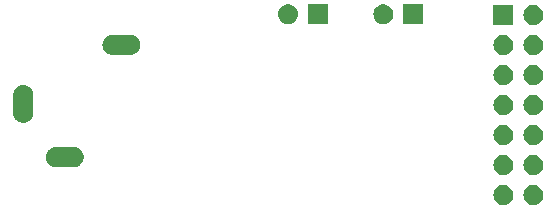
<source format=gbr>
%TF.GenerationSoftware,KiCad,Pcbnew,7.0.7*%
%TF.CreationDate,2023-09-29T20:54:03-04:00*%
%TF.ProjectId,Little_Master_Board,4c697474-6c65-45f4-9d61-737465725f42,B*%
%TF.SameCoordinates,Original*%
%TF.FileFunction,Soldermask,Bot*%
%TF.FilePolarity,Negative*%
%FSLAX46Y46*%
G04 Gerber Fmt 4.6, Leading zero omitted, Abs format (unit mm)*
G04 Created by KiCad (PCBNEW 7.0.7) date 2023-09-29 20:54:03*
%MOMM*%
%LPD*%
G01*
G04 APERTURE LIST*
G04 APERTURE END LIST*
G36*
X154237464Y-76026602D02*
G01*
X154399800Y-76098878D01*
X154543561Y-76203327D01*
X154662464Y-76335383D01*
X154751314Y-76489274D01*
X154806225Y-76658275D01*
X154824800Y-76835000D01*
X154806225Y-77011725D01*
X154751314Y-77180726D01*
X154662464Y-77334617D01*
X154543561Y-77466673D01*
X154399800Y-77571122D01*
X154237464Y-77643398D01*
X154063649Y-77680344D01*
X153885951Y-77680344D01*
X153712136Y-77643398D01*
X153549800Y-77571122D01*
X153406039Y-77466673D01*
X153287136Y-77334617D01*
X153198286Y-77180726D01*
X153143375Y-77011725D01*
X153124800Y-76835000D01*
X153143375Y-76658275D01*
X153198286Y-76489274D01*
X153287136Y-76335383D01*
X153406039Y-76203327D01*
X153549800Y-76098878D01*
X153712136Y-76026602D01*
X153885951Y-75989656D01*
X154063649Y-75989656D01*
X154237464Y-76026602D01*
G37*
G36*
X156777464Y-76026602D02*
G01*
X156939800Y-76098878D01*
X157083561Y-76203327D01*
X157202464Y-76335383D01*
X157291314Y-76489274D01*
X157346225Y-76658275D01*
X157364800Y-76835000D01*
X157346225Y-77011725D01*
X157291314Y-77180726D01*
X157202464Y-77334617D01*
X157083561Y-77466673D01*
X156939800Y-77571122D01*
X156777464Y-77643398D01*
X156603649Y-77680344D01*
X156425951Y-77680344D01*
X156252136Y-77643398D01*
X156089800Y-77571122D01*
X155946039Y-77466673D01*
X155827136Y-77334617D01*
X155738286Y-77180726D01*
X155683375Y-77011725D01*
X155664800Y-76835000D01*
X155683375Y-76658275D01*
X155738286Y-76489274D01*
X155827136Y-76335383D01*
X155946039Y-76203327D01*
X156089800Y-76098878D01*
X156252136Y-76026602D01*
X156425951Y-75989656D01*
X156603649Y-75989656D01*
X156777464Y-76026602D01*
G37*
G36*
X154237464Y-73486602D02*
G01*
X154399800Y-73558878D01*
X154543561Y-73663327D01*
X154662464Y-73795383D01*
X154751314Y-73949274D01*
X154806225Y-74118275D01*
X154824800Y-74295000D01*
X154806225Y-74471725D01*
X154751314Y-74640726D01*
X154662464Y-74794617D01*
X154543561Y-74926673D01*
X154399800Y-75031122D01*
X154237464Y-75103398D01*
X154063649Y-75140344D01*
X153885951Y-75140344D01*
X153712136Y-75103398D01*
X153549800Y-75031122D01*
X153406039Y-74926673D01*
X153287136Y-74794617D01*
X153198286Y-74640726D01*
X153143375Y-74471725D01*
X153124800Y-74295000D01*
X153143375Y-74118275D01*
X153198286Y-73949274D01*
X153287136Y-73795383D01*
X153406039Y-73663327D01*
X153549800Y-73558878D01*
X153712136Y-73486602D01*
X153885951Y-73449656D01*
X154063649Y-73449656D01*
X154237464Y-73486602D01*
G37*
G36*
X156777464Y-73486602D02*
G01*
X156939800Y-73558878D01*
X157083561Y-73663327D01*
X157202464Y-73795383D01*
X157291314Y-73949274D01*
X157346225Y-74118275D01*
X157364800Y-74295000D01*
X157346225Y-74471725D01*
X157291314Y-74640726D01*
X157202464Y-74794617D01*
X157083561Y-74926673D01*
X156939800Y-75031122D01*
X156777464Y-75103398D01*
X156603649Y-75140344D01*
X156425951Y-75140344D01*
X156252136Y-75103398D01*
X156089800Y-75031122D01*
X155946039Y-74926673D01*
X155827136Y-74794617D01*
X155738286Y-74640726D01*
X155683375Y-74471725D01*
X155664800Y-74295000D01*
X155683375Y-74118275D01*
X155738286Y-73949274D01*
X155827136Y-73795383D01*
X155946039Y-73663327D01*
X156089800Y-73558878D01*
X156252136Y-73486602D01*
X156425951Y-73449656D01*
X156603649Y-73449656D01*
X156777464Y-73486602D01*
G37*
G36*
X117681350Y-72762418D02*
G01*
X117724728Y-72771966D01*
X117766713Y-72776379D01*
X117812787Y-72791349D01*
X117862122Y-72802209D01*
X117899664Y-72819578D01*
X117936855Y-72831662D01*
X117981511Y-72857444D01*
X118030114Y-72879930D01*
X118060603Y-72903107D01*
X118091778Y-72921106D01*
X118132426Y-72957705D01*
X118177471Y-72991948D01*
X118200282Y-73018803D01*
X118224724Y-73040811D01*
X118258714Y-73087595D01*
X118297302Y-73133024D01*
X118312371Y-73161448D01*
X118329875Y-73185540D01*
X118354673Y-73241238D01*
X118384004Y-73296562D01*
X118391789Y-73324603D01*
X118402637Y-73348967D01*
X118415967Y-73411683D01*
X118433524Y-73474915D01*
X118434933Y-73500911D01*
X118439831Y-73523953D01*
X118439831Y-73591241D01*
X118443545Y-73659743D01*
X118439831Y-73682397D01*
X118439831Y-73702846D01*
X118425172Y-73771810D01*
X118413599Y-73842404D01*
X118406243Y-73860865D01*
X118402637Y-73877832D01*
X118372624Y-73945242D01*
X118345086Y-74014358D01*
X118335667Y-74028248D01*
X118329875Y-74041260D01*
X118284528Y-74103674D01*
X118241211Y-74167563D01*
X118231266Y-74176982D01*
X118224724Y-74185988D01*
X118164786Y-74239956D01*
X118106829Y-74294856D01*
X118097740Y-74300324D01*
X118091778Y-74305693D01*
X118018590Y-74347947D01*
X117948225Y-74390285D01*
X117941102Y-74392684D01*
X117936855Y-74395137D01*
X117851865Y-74422752D01*
X117772815Y-74449387D01*
X117768421Y-74449864D01*
X117766713Y-74450420D01*
X117665531Y-74461054D01*
X117588800Y-74469400D01*
X117586135Y-74469400D01*
X116083465Y-74469400D01*
X116080800Y-74469400D01*
X115988250Y-74464382D01*
X115944865Y-74454832D01*
X115902886Y-74450420D01*
X115856819Y-74435451D01*
X115807478Y-74424591D01*
X115769930Y-74407219D01*
X115732744Y-74395137D01*
X115688092Y-74369357D01*
X115639486Y-74346870D01*
X115608994Y-74323690D01*
X115577821Y-74305693D01*
X115537174Y-74269094D01*
X115492129Y-74234852D01*
X115469317Y-74207995D01*
X115444875Y-74185988D01*
X115410883Y-74139202D01*
X115372298Y-74093776D01*
X115357229Y-74065352D01*
X115339724Y-74041259D01*
X115314923Y-73985555D01*
X115285596Y-73930238D01*
X115277811Y-73902199D01*
X115266962Y-73877832D01*
X115253629Y-73815104D01*
X115236076Y-73751885D01*
X115234666Y-73725893D01*
X115229768Y-73702846D01*
X115229768Y-73635539D01*
X115226055Y-73567057D01*
X115229768Y-73544408D01*
X115229768Y-73523953D01*
X115244431Y-73454964D01*
X115256001Y-73384396D01*
X115263354Y-73365941D01*
X115266962Y-73348967D01*
X115296988Y-73281526D01*
X115324514Y-73212442D01*
X115333927Y-73198557D01*
X115339724Y-73185539D01*
X115385095Y-73123090D01*
X115428389Y-73059237D01*
X115438327Y-73049822D01*
X115444875Y-73040811D01*
X115504854Y-72986805D01*
X115562771Y-72931944D01*
X115571853Y-72926479D01*
X115577821Y-72921106D01*
X115651074Y-72878813D01*
X115721375Y-72836515D01*
X115728491Y-72834117D01*
X115732744Y-72831662D01*
X115817845Y-72804010D01*
X115896785Y-72777413D01*
X115901172Y-72776935D01*
X115902886Y-72776379D01*
X116004201Y-72765730D01*
X116080800Y-72757400D01*
X117588800Y-72757400D01*
X117681350Y-72762418D01*
G37*
G36*
X154237464Y-70946602D02*
G01*
X154399800Y-71018878D01*
X154543561Y-71123327D01*
X154662464Y-71255383D01*
X154751314Y-71409274D01*
X154806225Y-71578275D01*
X154824800Y-71755000D01*
X154806225Y-71931725D01*
X154751314Y-72100726D01*
X154662464Y-72254617D01*
X154543561Y-72386673D01*
X154399800Y-72491122D01*
X154237464Y-72563398D01*
X154063649Y-72600344D01*
X153885951Y-72600344D01*
X153712136Y-72563398D01*
X153549800Y-72491122D01*
X153406039Y-72386673D01*
X153287136Y-72254617D01*
X153198286Y-72100726D01*
X153143375Y-71931725D01*
X153124800Y-71755000D01*
X153143375Y-71578275D01*
X153198286Y-71409274D01*
X153287136Y-71255383D01*
X153406039Y-71123327D01*
X153549800Y-71018878D01*
X153712136Y-70946602D01*
X153885951Y-70909656D01*
X154063649Y-70909656D01*
X154237464Y-70946602D01*
G37*
G36*
X156777464Y-70946602D02*
G01*
X156939800Y-71018878D01*
X157083561Y-71123327D01*
X157202464Y-71255383D01*
X157291314Y-71409274D01*
X157346225Y-71578275D01*
X157364800Y-71755000D01*
X157346225Y-71931725D01*
X157291314Y-72100726D01*
X157202464Y-72254617D01*
X157083561Y-72386673D01*
X156939800Y-72491122D01*
X156777464Y-72563398D01*
X156603649Y-72600344D01*
X156425951Y-72600344D01*
X156252136Y-72563398D01*
X156089800Y-72491122D01*
X155946039Y-72386673D01*
X155827136Y-72254617D01*
X155738286Y-72100726D01*
X155683375Y-71931725D01*
X155664800Y-71755000D01*
X155683375Y-71578275D01*
X155738286Y-71409274D01*
X155827136Y-71255383D01*
X155946039Y-71123327D01*
X156089800Y-71018878D01*
X156252136Y-70946602D01*
X156425951Y-70909656D01*
X156603649Y-70909656D01*
X156777464Y-70946602D01*
G37*
G36*
X113403791Y-67508368D02*
G01*
X113424246Y-67508368D01*
X113493230Y-67523031D01*
X113563804Y-67534601D01*
X113582259Y-67541954D01*
X113599232Y-67545562D01*
X113666664Y-67575584D01*
X113735758Y-67603114D01*
X113749644Y-67612529D01*
X113762660Y-67618324D01*
X113825094Y-67663685D01*
X113888963Y-67706989D01*
X113898379Y-67716930D01*
X113907388Y-67723475D01*
X113961374Y-67783432D01*
X114016256Y-67841371D01*
X114021722Y-67850456D01*
X114027093Y-67856421D01*
X114069361Y-67929633D01*
X114111685Y-67999975D01*
X114114084Y-68007095D01*
X114116537Y-68011344D01*
X114144161Y-68096361D01*
X114170787Y-68175385D01*
X114171264Y-68179776D01*
X114171820Y-68181486D01*
X114182456Y-68282680D01*
X114190800Y-68359400D01*
X114190800Y-69867400D01*
X114185782Y-69959950D01*
X114176232Y-70003335D01*
X114171820Y-70045313D01*
X114156852Y-70091377D01*
X114145991Y-70140722D01*
X114128618Y-70178272D01*
X114116537Y-70215455D01*
X114090759Y-70260102D01*
X114068270Y-70308714D01*
X114045088Y-70339209D01*
X114027093Y-70370378D01*
X113990499Y-70411019D01*
X113956252Y-70456071D01*
X113929391Y-70478886D01*
X113907388Y-70503324D01*
X113860610Y-70537309D01*
X113815176Y-70575902D01*
X113786747Y-70590973D01*
X113762659Y-70608475D01*
X113706966Y-70633270D01*
X113651638Y-70662604D01*
X113623593Y-70670390D01*
X113599232Y-70681237D01*
X113536514Y-70694568D01*
X113473285Y-70712124D01*
X113447292Y-70713533D01*
X113424246Y-70718432D01*
X113356940Y-70718432D01*
X113288457Y-70722145D01*
X113265809Y-70718432D01*
X113245354Y-70718432D01*
X113176375Y-70703769D01*
X113105796Y-70692199D01*
X113087336Y-70684843D01*
X113070367Y-70681237D01*
X113002947Y-70651220D01*
X112933842Y-70623686D01*
X112919953Y-70614269D01*
X112906939Y-70608475D01*
X112844510Y-70563118D01*
X112780637Y-70519811D01*
X112771219Y-70509869D01*
X112762211Y-70503324D01*
X112708223Y-70443365D01*
X112653344Y-70385429D01*
X112647877Y-70376343D01*
X112642506Y-70370378D01*
X112600227Y-70297149D01*
X112557915Y-70226825D01*
X112555516Y-70219706D01*
X112553062Y-70215455D01*
X112525419Y-70130381D01*
X112498813Y-70051415D01*
X112498335Y-70047026D01*
X112497779Y-70045313D01*
X112487133Y-69944027D01*
X112478800Y-69867400D01*
X112478800Y-68359400D01*
X112483818Y-68266850D01*
X112493366Y-68223472D01*
X112497779Y-68181486D01*
X112512750Y-68135409D01*
X112523609Y-68086078D01*
X112540976Y-68048537D01*
X112553062Y-68011344D01*
X112578846Y-67966683D01*
X112601330Y-67918086D01*
X112624505Y-67887599D01*
X112642506Y-67856421D01*
X112679110Y-67815767D01*
X112713348Y-67770729D01*
X112740200Y-67747920D01*
X112762211Y-67723475D01*
X112809003Y-67689478D01*
X112854424Y-67650898D01*
X112882843Y-67635830D01*
X112906940Y-67618324D01*
X112962650Y-67593520D01*
X113017962Y-67564196D01*
X113045997Y-67556411D01*
X113070367Y-67545562D01*
X113133097Y-67532228D01*
X113196315Y-67514676D01*
X113222306Y-67513266D01*
X113245354Y-67508368D01*
X113312660Y-67508368D01*
X113381143Y-67504655D01*
X113403791Y-67508368D01*
G37*
G36*
X154237464Y-68406602D02*
G01*
X154399800Y-68478878D01*
X154543561Y-68583327D01*
X154662464Y-68715383D01*
X154751314Y-68869274D01*
X154806225Y-69038275D01*
X154824800Y-69215000D01*
X154806225Y-69391725D01*
X154751314Y-69560726D01*
X154662464Y-69714617D01*
X154543561Y-69846673D01*
X154399800Y-69951122D01*
X154237464Y-70023398D01*
X154063649Y-70060344D01*
X153885951Y-70060344D01*
X153712136Y-70023398D01*
X153549800Y-69951122D01*
X153406039Y-69846673D01*
X153287136Y-69714617D01*
X153198286Y-69560726D01*
X153143375Y-69391725D01*
X153124800Y-69215000D01*
X153143375Y-69038275D01*
X153198286Y-68869274D01*
X153287136Y-68715383D01*
X153406039Y-68583327D01*
X153549800Y-68478878D01*
X153712136Y-68406602D01*
X153885951Y-68369656D01*
X154063649Y-68369656D01*
X154237464Y-68406602D01*
G37*
G36*
X156777464Y-68406602D02*
G01*
X156939800Y-68478878D01*
X157083561Y-68583327D01*
X157202464Y-68715383D01*
X157291314Y-68869274D01*
X157346225Y-69038275D01*
X157364800Y-69215000D01*
X157346225Y-69391725D01*
X157291314Y-69560726D01*
X157202464Y-69714617D01*
X157083561Y-69846673D01*
X156939800Y-69951122D01*
X156777464Y-70023398D01*
X156603649Y-70060344D01*
X156425951Y-70060344D01*
X156252136Y-70023398D01*
X156089800Y-69951122D01*
X155946039Y-69846673D01*
X155827136Y-69714617D01*
X155738286Y-69560726D01*
X155683375Y-69391725D01*
X155664800Y-69215000D01*
X155683375Y-69038275D01*
X155738286Y-68869274D01*
X155827136Y-68715383D01*
X155946039Y-68583327D01*
X156089800Y-68478878D01*
X156252136Y-68406602D01*
X156425951Y-68369656D01*
X156603649Y-68369656D01*
X156777464Y-68406602D01*
G37*
G36*
X154237464Y-65866602D02*
G01*
X154399800Y-65938878D01*
X154543561Y-66043327D01*
X154662464Y-66175383D01*
X154751314Y-66329274D01*
X154806225Y-66498275D01*
X154824800Y-66675000D01*
X154806225Y-66851725D01*
X154751314Y-67020726D01*
X154662464Y-67174617D01*
X154543561Y-67306673D01*
X154399800Y-67411122D01*
X154237464Y-67483398D01*
X154063649Y-67520344D01*
X153885951Y-67520344D01*
X153712136Y-67483398D01*
X153549800Y-67411122D01*
X153406039Y-67306673D01*
X153287136Y-67174617D01*
X153198286Y-67020726D01*
X153143375Y-66851725D01*
X153124800Y-66675000D01*
X153143375Y-66498275D01*
X153198286Y-66329274D01*
X153287136Y-66175383D01*
X153406039Y-66043327D01*
X153549800Y-65938878D01*
X153712136Y-65866602D01*
X153885951Y-65829656D01*
X154063649Y-65829656D01*
X154237464Y-65866602D01*
G37*
G36*
X156777464Y-65866602D02*
G01*
X156939800Y-65938878D01*
X157083561Y-66043327D01*
X157202464Y-66175383D01*
X157291314Y-66329274D01*
X157346225Y-66498275D01*
X157364800Y-66675000D01*
X157346225Y-66851725D01*
X157291314Y-67020726D01*
X157202464Y-67174617D01*
X157083561Y-67306673D01*
X156939800Y-67411122D01*
X156777464Y-67483398D01*
X156603649Y-67520344D01*
X156425951Y-67520344D01*
X156252136Y-67483398D01*
X156089800Y-67411122D01*
X155946039Y-67306673D01*
X155827136Y-67174617D01*
X155738286Y-67020726D01*
X155683375Y-66851725D01*
X155664800Y-66675000D01*
X155683375Y-66498275D01*
X155738286Y-66329274D01*
X155827136Y-66175383D01*
X155946039Y-66043327D01*
X156089800Y-65938878D01*
X156252136Y-65866602D01*
X156425951Y-65829656D01*
X156603649Y-65829656D01*
X156777464Y-65866602D01*
G37*
G36*
X154237464Y-63326602D02*
G01*
X154399800Y-63398878D01*
X154543561Y-63503327D01*
X154662464Y-63635383D01*
X154751314Y-63789274D01*
X154806225Y-63958275D01*
X154824800Y-64135000D01*
X154806225Y-64311725D01*
X154751314Y-64480726D01*
X154662464Y-64634617D01*
X154543561Y-64766673D01*
X154399800Y-64871122D01*
X154237464Y-64943398D01*
X154063649Y-64980344D01*
X153885951Y-64980344D01*
X153712136Y-64943398D01*
X153549800Y-64871122D01*
X153406039Y-64766673D01*
X153287136Y-64634617D01*
X153198286Y-64480726D01*
X153143375Y-64311725D01*
X153124800Y-64135000D01*
X153143375Y-63958275D01*
X153198286Y-63789274D01*
X153287136Y-63635383D01*
X153406039Y-63503327D01*
X153549800Y-63398878D01*
X153712136Y-63326602D01*
X153885951Y-63289656D01*
X154063649Y-63289656D01*
X154237464Y-63326602D01*
G37*
G36*
X156777464Y-63326602D02*
G01*
X156939800Y-63398878D01*
X157083561Y-63503327D01*
X157202464Y-63635383D01*
X157291314Y-63789274D01*
X157346225Y-63958275D01*
X157364800Y-64135000D01*
X157346225Y-64311725D01*
X157291314Y-64480726D01*
X157202464Y-64634617D01*
X157083561Y-64766673D01*
X156939800Y-64871122D01*
X156777464Y-64943398D01*
X156603649Y-64980344D01*
X156425951Y-64980344D01*
X156252136Y-64943398D01*
X156089800Y-64871122D01*
X155946039Y-64766673D01*
X155827136Y-64634617D01*
X155738286Y-64480726D01*
X155683375Y-64311725D01*
X155664800Y-64135000D01*
X155683375Y-63958275D01*
X155738286Y-63789274D01*
X155827136Y-63635383D01*
X155946039Y-63503327D01*
X156089800Y-63398878D01*
X156252136Y-63326602D01*
X156425951Y-63289656D01*
X156603649Y-63289656D01*
X156777464Y-63326602D01*
G37*
G36*
X122481350Y-63262418D02*
G01*
X122524728Y-63271966D01*
X122566713Y-63276379D01*
X122612787Y-63291349D01*
X122662122Y-63302209D01*
X122699664Y-63319578D01*
X122736855Y-63331662D01*
X122781511Y-63357444D01*
X122830114Y-63379930D01*
X122860603Y-63403107D01*
X122891778Y-63421106D01*
X122932426Y-63457705D01*
X122977471Y-63491948D01*
X123000282Y-63518803D01*
X123024724Y-63540811D01*
X123058714Y-63587595D01*
X123097302Y-63633024D01*
X123112371Y-63661448D01*
X123129875Y-63685540D01*
X123154673Y-63741238D01*
X123184004Y-63796562D01*
X123191789Y-63824603D01*
X123202637Y-63848967D01*
X123215967Y-63911683D01*
X123233524Y-63974915D01*
X123234933Y-64000911D01*
X123239831Y-64023953D01*
X123239831Y-64091241D01*
X123243545Y-64159743D01*
X123239831Y-64182397D01*
X123239831Y-64202846D01*
X123225172Y-64271810D01*
X123213599Y-64342404D01*
X123206243Y-64360865D01*
X123202637Y-64377832D01*
X123172624Y-64445242D01*
X123145086Y-64514358D01*
X123135667Y-64528248D01*
X123129875Y-64541260D01*
X123084528Y-64603674D01*
X123041211Y-64667563D01*
X123031266Y-64676982D01*
X123024724Y-64685988D01*
X122964786Y-64739956D01*
X122906829Y-64794856D01*
X122897740Y-64800324D01*
X122891778Y-64805693D01*
X122818590Y-64847947D01*
X122748225Y-64890285D01*
X122741102Y-64892684D01*
X122736855Y-64895137D01*
X122651865Y-64922752D01*
X122572815Y-64949387D01*
X122568421Y-64949864D01*
X122566713Y-64950420D01*
X122465531Y-64961054D01*
X122388800Y-64969400D01*
X122386135Y-64969400D01*
X120883465Y-64969400D01*
X120880800Y-64969400D01*
X120788250Y-64964382D01*
X120744865Y-64954832D01*
X120702886Y-64950420D01*
X120656819Y-64935451D01*
X120607478Y-64924591D01*
X120569930Y-64907219D01*
X120532744Y-64895137D01*
X120488092Y-64869357D01*
X120439486Y-64846870D01*
X120408994Y-64823690D01*
X120377821Y-64805693D01*
X120337174Y-64769094D01*
X120292129Y-64734852D01*
X120269317Y-64707995D01*
X120244875Y-64685988D01*
X120210883Y-64639202D01*
X120172298Y-64593776D01*
X120157229Y-64565352D01*
X120139724Y-64541259D01*
X120114923Y-64485555D01*
X120085596Y-64430238D01*
X120077811Y-64402199D01*
X120066962Y-64377832D01*
X120053629Y-64315104D01*
X120036076Y-64251885D01*
X120034666Y-64225893D01*
X120029768Y-64202846D01*
X120029768Y-64135539D01*
X120026055Y-64067057D01*
X120029768Y-64044408D01*
X120029768Y-64023953D01*
X120044431Y-63954964D01*
X120056001Y-63884396D01*
X120063354Y-63865941D01*
X120066962Y-63848967D01*
X120096988Y-63781526D01*
X120124514Y-63712442D01*
X120133927Y-63698557D01*
X120139724Y-63685539D01*
X120185095Y-63623090D01*
X120228389Y-63559237D01*
X120238327Y-63549822D01*
X120244875Y-63540811D01*
X120304854Y-63486805D01*
X120362771Y-63431944D01*
X120371853Y-63426479D01*
X120377821Y-63421106D01*
X120451074Y-63378813D01*
X120521375Y-63336515D01*
X120528491Y-63334117D01*
X120532744Y-63331662D01*
X120617845Y-63304010D01*
X120696785Y-63277413D01*
X120701172Y-63276935D01*
X120702886Y-63276379D01*
X120804201Y-63265730D01*
X120880800Y-63257400D01*
X122388800Y-63257400D01*
X122481350Y-63262418D01*
G37*
G36*
X154824800Y-62445000D02*
G01*
X153124800Y-62445000D01*
X153124800Y-60745000D01*
X154824800Y-60745000D01*
X154824800Y-62445000D01*
G37*
G36*
X156777464Y-60786602D02*
G01*
X156939800Y-60858878D01*
X157083561Y-60963327D01*
X157202464Y-61095383D01*
X157291314Y-61249274D01*
X157346225Y-61418275D01*
X157364800Y-61595000D01*
X157346225Y-61771725D01*
X157291314Y-61940726D01*
X157202464Y-62094617D01*
X157083561Y-62226673D01*
X156939800Y-62331122D01*
X156777464Y-62403398D01*
X156603649Y-62440344D01*
X156425951Y-62440344D01*
X156252136Y-62403398D01*
X156089800Y-62331122D01*
X155946039Y-62226673D01*
X155827136Y-62094617D01*
X155738286Y-61940726D01*
X155683375Y-61771725D01*
X155664800Y-61595000D01*
X155683375Y-61418275D01*
X155738286Y-61249274D01*
X155827136Y-61095383D01*
X155946039Y-60963327D01*
X156089800Y-60858878D01*
X156252136Y-60786602D01*
X156425951Y-60749656D01*
X156603649Y-60749656D01*
X156777464Y-60786602D01*
G37*
G36*
X139127600Y-62394200D02*
G01*
X137427600Y-62394200D01*
X137427600Y-60694200D01*
X139127600Y-60694200D01*
X139127600Y-62394200D01*
G37*
G36*
X147204800Y-62394200D02*
G01*
X145504800Y-62394200D01*
X145504800Y-60694200D01*
X147204800Y-60694200D01*
X147204800Y-62394200D01*
G37*
G36*
X136000264Y-60735802D02*
G01*
X136162600Y-60808078D01*
X136306361Y-60912527D01*
X136425264Y-61044583D01*
X136514114Y-61198474D01*
X136569025Y-61367475D01*
X136587600Y-61544200D01*
X136569025Y-61720925D01*
X136514114Y-61889926D01*
X136425264Y-62043817D01*
X136306361Y-62175873D01*
X136162600Y-62280322D01*
X136000264Y-62352598D01*
X135826449Y-62389544D01*
X135648751Y-62389544D01*
X135474936Y-62352598D01*
X135312600Y-62280322D01*
X135168839Y-62175873D01*
X135049936Y-62043817D01*
X134961086Y-61889926D01*
X134906175Y-61720925D01*
X134887600Y-61544200D01*
X134906175Y-61367475D01*
X134961086Y-61198474D01*
X135049936Y-61044583D01*
X135168839Y-60912527D01*
X135312600Y-60808078D01*
X135474936Y-60735802D01*
X135648751Y-60698856D01*
X135826449Y-60698856D01*
X136000264Y-60735802D01*
G37*
G36*
X144077464Y-60735802D02*
G01*
X144239800Y-60808078D01*
X144383561Y-60912527D01*
X144502464Y-61044583D01*
X144591314Y-61198474D01*
X144646225Y-61367475D01*
X144664800Y-61544200D01*
X144646225Y-61720925D01*
X144591314Y-61889926D01*
X144502464Y-62043817D01*
X144383561Y-62175873D01*
X144239800Y-62280322D01*
X144077464Y-62352598D01*
X143903649Y-62389544D01*
X143725951Y-62389544D01*
X143552136Y-62352598D01*
X143389800Y-62280322D01*
X143246039Y-62175873D01*
X143127136Y-62043817D01*
X143038286Y-61889926D01*
X142983375Y-61720925D01*
X142964800Y-61544200D01*
X142983375Y-61367475D01*
X143038286Y-61198474D01*
X143127136Y-61044583D01*
X143246039Y-60912527D01*
X143389800Y-60808078D01*
X143552136Y-60735802D01*
X143725951Y-60698856D01*
X143903649Y-60698856D01*
X144077464Y-60735802D01*
G37*
M02*

</source>
